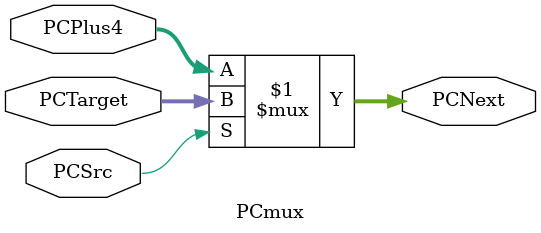
<source format=sv>

module PCmux(PCNext, PCPlus4, PCTarget, PCSrc);
	output logic [31:0] PCNext;
	input logic [31:0] PCPlus4, PCTarget;
	input logic PCSrc;

assign PCNext = PCSrc ? PCTarget : PCPlus4;

endmodule
</source>
